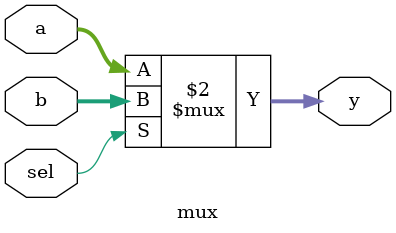
<source format=v>
/*
 a: [input 32-bit] MUX input A
 b: [input 32-bit] MUX input B
 sel: [input 1-bit] MUX selection bit
 y: [output 32-bit] MUX output
*/
module mux(a, b, sel, y);
 
  input [31:0] a;	// input A
  input [31:0] b;	// input B
  input sel;		// Select line
  output reg [31:0] y;	// output
  
  always @(a, b, sel) begin 
    y <= sel ? b : a;
  end

endmodule

</source>
